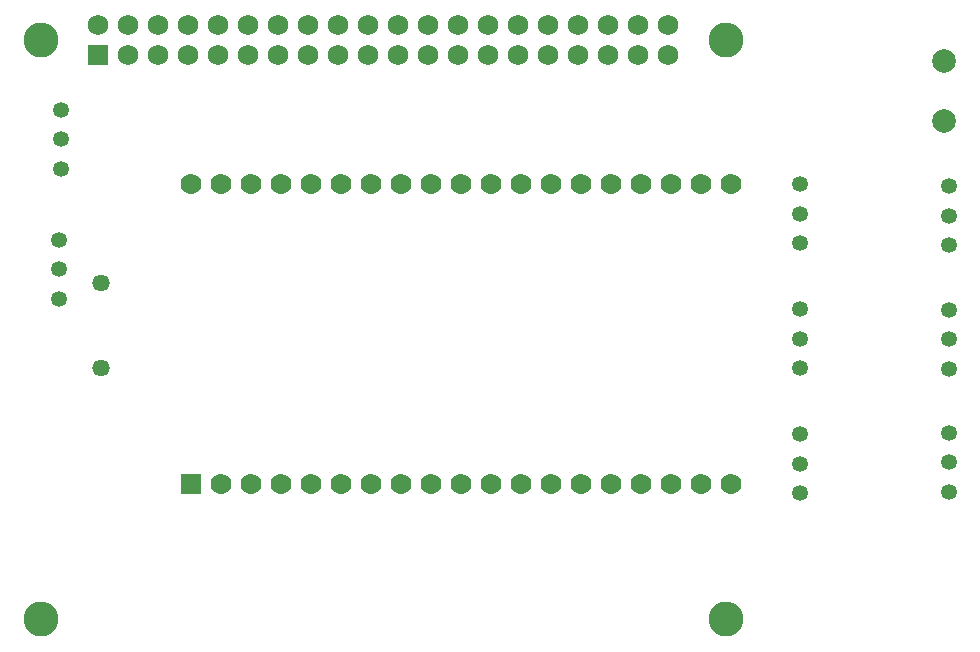
<source format=gbr>
G04 EAGLE Gerber RS-274X export*
G75*
%MOMM*%
%FSLAX34Y34*%
%LPD*%
%INSoldermask Top*%
%IPPOS*%
%AMOC8*
5,1,8,0,0,1.08239X$1,22.5*%
G01*
G04 Define Apertures*
%ADD10C,1.351200*%
%ADD11C,2.003200*%
%ADD12C,1.463200*%
%ADD13C,2.953200*%
%ADD14R,1.727200X1.727200*%
%ADD15C,1.727200*%
%ADD16R,1.763200X1.763200*%
%ADD17C,1.763200*%
D10*
X52200Y420100D03*
X52200Y445100D03*
X52200Y470100D03*
D11*
X799500Y511200D03*
X799500Y460400D03*
D12*
X86000Y323600D03*
X86000Y251200D03*
D10*
X677800Y195600D03*
X677800Y170600D03*
X677800Y145600D03*
X677800Y301300D03*
X677800Y276300D03*
X677800Y251300D03*
X677800Y407000D03*
X677800Y382000D03*
X677800Y357000D03*
X803800Y146700D03*
X803800Y171700D03*
X803800Y196700D03*
X803800Y251000D03*
X803800Y276000D03*
X803800Y301000D03*
X803800Y355300D03*
X803800Y380300D03*
X803800Y405300D03*
D13*
X35000Y38952D03*
X615000Y38952D03*
X35000Y528952D03*
X615000Y528952D03*
D14*
X83700Y516252D03*
D15*
X83566Y541670D03*
X108966Y516270D03*
X108966Y541670D03*
X134366Y516270D03*
X134366Y541670D03*
X159766Y516270D03*
X159766Y541670D03*
X185166Y516270D03*
X185166Y541670D03*
X210566Y516270D03*
X210566Y541670D03*
X235966Y516270D03*
X235966Y541670D03*
X261366Y516270D03*
X261366Y541670D03*
X286766Y516270D03*
X286766Y541670D03*
X312166Y516270D03*
X312166Y541670D03*
X337566Y516270D03*
X337566Y541670D03*
X362966Y516270D03*
X362966Y541670D03*
X388366Y516270D03*
X388366Y541670D03*
X413766Y516270D03*
X413766Y541670D03*
X439166Y516270D03*
X439166Y541670D03*
X464566Y516270D03*
X464566Y541670D03*
X489966Y516270D03*
X489966Y541670D03*
X515366Y516270D03*
X515366Y541670D03*
X540766Y516270D03*
X540766Y541670D03*
X566166Y516270D03*
X566166Y541670D03*
D10*
X50000Y310000D03*
X50000Y335000D03*
X50000Y360000D03*
D16*
X162400Y153000D03*
D17*
X187800Y153000D03*
X619600Y153000D03*
X213200Y153000D03*
X238600Y153000D03*
X264000Y153000D03*
X289400Y153000D03*
X314800Y153000D03*
X340200Y153000D03*
X365600Y153000D03*
X391000Y153000D03*
X416400Y153000D03*
X441800Y153000D03*
X467200Y153000D03*
X492600Y153000D03*
X518000Y153000D03*
X543400Y153000D03*
X568800Y153000D03*
X594200Y153000D03*
X162400Y407000D03*
X187800Y407000D03*
X213200Y407000D03*
X238600Y407000D03*
X264000Y407000D03*
X289400Y407000D03*
X314800Y407000D03*
X340200Y407000D03*
X365600Y407000D03*
X391000Y407000D03*
X416400Y407000D03*
X441800Y407000D03*
X467200Y407000D03*
X492600Y407000D03*
X518000Y407000D03*
X543400Y407000D03*
X568800Y407000D03*
X594200Y407000D03*
X619600Y407000D03*
M02*

</source>
